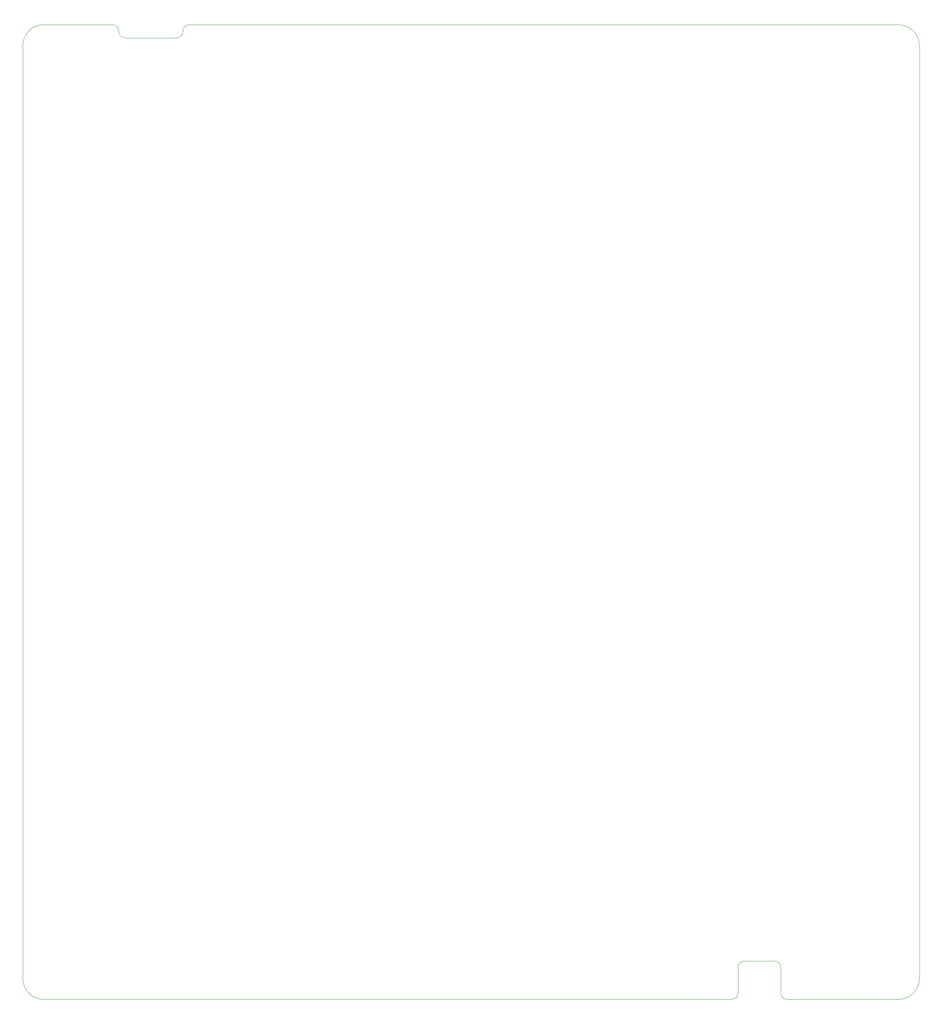
<source format=gm1>
G04 #@! TF.FileFunction,Profile,NP*
%FSLAX46Y46*%
G04 Gerber Fmt 4.6, Leading zero omitted, Abs format (unit mm)*
G04 Created by KiCad (PCBNEW (2015-07-01 BZR 5850)-product) date Tue Oct  6 18:06:44 2015*
%MOMM*%
G01*
G04 APERTURE LIST*
%ADD10C,0.150000*%
%ADD11C,0.100000*%
G04 APERTURE END LIST*
D10*
D11*
X220000000Y-269000000D02*
X59000000Y-269000000D01*
X233000000Y-269000000D02*
X259000000Y-269000000D01*
X231500000Y-261500000D02*
X231500000Y-267500000D01*
X221500000Y-267500000D02*
X221500000Y-261500000D01*
X231500000Y-267500000D02*
G75*
G03X233000000Y-269000000I1500000J0D01*
G01*
X220000000Y-269000000D02*
G75*
G03X221500000Y-267500000I0J1500000D01*
G01*
X231500000Y-261500000D02*
G75*
G03X230000000Y-260000000I-1500000J0D01*
G01*
X223000000Y-260000000D02*
G75*
G03X221500000Y-261500000I0J-1500000D01*
G01*
X264000000Y-46000000D02*
X264000000Y-264000000D01*
X93000000Y-41000000D02*
X259000000Y-41000000D01*
X75000000Y-41000000D02*
X59000000Y-41000000D01*
X76500000Y-42500000D02*
X76500000Y-42600000D01*
X76500000Y-42500000D02*
G75*
G03X75000000Y-41000000I-1500000J0D01*
G01*
X91500000Y-42500000D02*
X91500000Y-42600000D01*
X93000000Y-41000000D02*
G75*
G03X91500000Y-42500000I0J-1500000D01*
G01*
X90000000Y-44100000D02*
G75*
G03X91500000Y-42600000I0J1500000D01*
G01*
X76500000Y-42600000D02*
G75*
G03X78000000Y-44100000I1500000J0D01*
G01*
X84000000Y-44100000D02*
X90000000Y-44100000D01*
X84000000Y-44100000D02*
X78000000Y-44100000D01*
X54000000Y-264000000D02*
X54000000Y-46000000D01*
X259000000Y-269000000D02*
G75*
G03X264000000Y-264000000I0J5000000D01*
G01*
X264000000Y-46000000D02*
G75*
G03X259000000Y-41000000I-5000000J0D01*
G01*
X59000000Y-41000000D02*
G75*
G03X54000000Y-46000000I0J-5000000D01*
G01*
X54000000Y-264000000D02*
G75*
G03X59000000Y-269000000I5000000J0D01*
G01*
X230000000Y-260000000D02*
X223000000Y-260000000D01*
M02*

</source>
